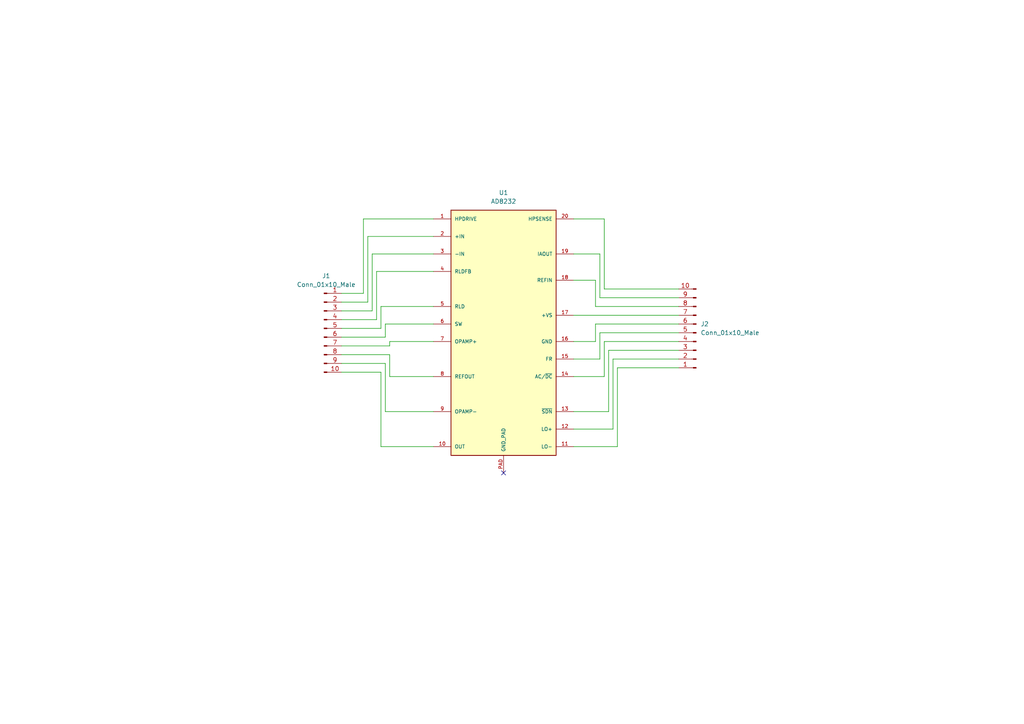
<source format=kicad_sch>
(kicad_sch (version 20211123) (generator eeschema)
  (paper "A4")
  (lib_symbols
    (symbol "AD8232:AD8232" (pin_names (offset 1.016))
      (property "Reference" "U" (at -15.24 45.72 0))
      (property "Value" "AD8232" (at -15.24 -30.48 0))
      (symbol "AD8232_0_0"
        (rectangle (start -15.24 -27.94) (end 15.24 43.18) (stroke (width 0.254)) (fill (type background)))
        (pin bidirectional line (at -20.32 40.64 0) (length 5.08) (name "HPDRIVE") (number "1"))
        (pin bidirectional line (at -20.32 -25.4 0) (length 5.08) (name "OUT") (number "10"))
        (pin bidirectional line (at 20.32 -25.4 180) (length 5.08) (name "LO-") (number "11"))
        (pin bidirectional line (at 20.32 -20.32 180) (length 5.08) (name "LO+") (number "12"))
        (pin bidirectional line (at 20.32 -15.24 180) (length 5.08) (name "~{SDN}") (number "13"))
        (pin bidirectional line (at 20.32 -5.08 180) (length 5.08) (name "AC/~{DC}") (number "14"))
        (pin bidirectional line (at 20.32 0 180) (length 5.08) (name "FR") (number "15"))
        (pin bidirectional line (at 20.32 5.08 180) (length 5.08) (name "GND") (number "16"))
        (pin bidirectional line (at 20.32 12.7 180) (length 5.08) (name "+VS") (number "17"))
        (pin bidirectional line (at 20.32 22.86 180) (length 5.08) (name "REFIN") (number "18"))
        (pin bidirectional line (at 20.32 30.48 180) (length 5.08) (name "IAOUT") (number "19"))
        (pin bidirectional line (at -20.32 35.56 0) (length 5.08) (name "+IN") (number "2"))
        (pin bidirectional line (at 20.32 40.64 180) (length 5.08) (name "HPSENSE") (number "20"))
        (pin bidirectional line (at -20.32 30.48 0) (length 5.08) (name "-IN") (number "3"))
        (pin bidirectional line (at -20.32 25.4 0) (length 5.08) (name "RLDFB") (number "4"))
        (pin bidirectional line (at -20.32 15.24 0) (length 5.08) (name "RLD") (number "5"))
        (pin bidirectional line (at -20.32 10.16 0) (length 5.08) (name "SW") (number "6"))
        (pin bidirectional line (at -20.32 5.08 0) (length 5.08) (name "OPAMP+") (number "7"))
        (pin bidirectional line (at -20.32 -5.08 0) (length 5.08) (name "REFOUT") (number "8"))
        (pin bidirectional line (at -20.32 -15.24 0) (length 5.08) (name "OPAMP-") (number "9"))
        (pin bidirectional line (at 0 -33.02 90) (length 5.08) (name "GND_PAD") (number "PAD"))
      )
    )
    (symbol "Connector:Conn_01x10_Male" (pin_names (offset 1.016) hide)
      (property "Reference" "J" (at 0 12.7 0))
      (property "Value" "Conn_01x10_Male" (at 0 -15.24 0))
      (symbol "Conn_01x10_Male_1_1"
        (polyline (pts (xy 1.27 -12.7) (xy 0.8636 -12.7)) (stroke (width 0.1524)))
        (polyline (pts (xy 1.27 -10.16) (xy 0.8636 -10.16)) (stroke (width 0.1524)))
        (polyline (pts (xy 1.27 -7.62) (xy 0.8636 -7.62)) (stroke (width 0.1524)))
        (polyline (pts (xy 1.27 -5.08) (xy 0.8636 -5.08)) (stroke (width 0.1524)))
        (polyline (pts (xy 1.27 -2.54) (xy 0.8636 -2.54)) (stroke (width 0.1524)))
        (polyline (pts (xy 1.27 0) (xy 0.8636 0)) (stroke (width 0.1524)))
        (polyline (pts (xy 1.27 2.54) (xy 0.8636 2.54)) (stroke (width 0.1524)))
        (polyline (pts (xy 1.27 5.08) (xy 0.8636 5.08)) (stroke (width 0.1524)))
        (polyline (pts (xy 1.27 7.62) (xy 0.8636 7.62)) (stroke (width 0.1524)))
        (polyline (pts (xy 1.27 10.16) (xy 0.8636 10.16)) (stroke (width 0.1524)))
        (rectangle (start 0.8636 -12.573) (end 0 -12.827) (stroke (width 0.1524)) (fill (type outline)))
        (rectangle (start 0.8636 -10.033) (end 0 -10.287) (stroke (width 0.1524)) (fill (type outline)))
        (rectangle (start 0.8636 -7.493) (end 0 -7.747) (stroke (width 0.1524)) (fill (type outline)))
        (rectangle (start 0.8636 -4.953) (end 0 -5.207) (stroke (width 0.1524)) (fill (type outline)))
        (rectangle (start 0.8636 -2.413) (end 0 -2.667) (stroke (width 0.1524)) (fill (type outline)))
        (rectangle (start 0.8636 0.127) (end 0 -0.127) (stroke (width 0.1524)) (fill (type outline)))
        (rectangle (start 0.8636 2.667) (end 0 2.413) (stroke (width 0.1524)) (fill (type outline)))
        (rectangle (start 0.8636 5.207) (end 0 4.953) (stroke (width 0.1524)) (fill (type outline)))
        (rectangle (start 0.8636 7.747) (end 0 7.493) (stroke (width 0.1524)) (fill (type outline)))
        (rectangle (start 0.8636 10.287) (end 0 10.033) (stroke (width 0.1524)) (fill (type outline)))
        (pin passive line (at 5.08 10.16 180) (length 3.81) (name "Pin_1") (number "1"))
        (pin passive line (at 5.08 -12.7 180) (length 3.81) (name "Pin_10") (number "10"))
        (pin passive line (at 5.08 7.62 180) (length 3.81) (name "Pin_2") (number "2"))
        (pin passive line (at 5.08 5.08 180) (length 3.81) (name "Pin_3") (number "3"))
        (pin passive line (at 5.08 2.54 180) (length 3.81) (name "Pin_4") (number "4"))
        (pin passive line (at 5.08 0 180) (length 3.81) (name "Pin_5") (number "5"))
        (pin passive line (at 5.08 -2.54 180) (length 3.81) (name "Pin_6") (number "6"))
        (pin passive line (at 5.08 -5.08 180) (length 3.81) (name "Pin_7") (number "7"))
        (pin passive line (at 5.08 -7.62 180) (length 3.81) (name "Pin_8") (number "8"))
        (pin passive line (at 5.08 -10.16 180) (length 3.81) (name "Pin_9") (number "9"))
      )
    )
  )
  (no_connect (at 146.05 137.16))
  (wire (pts (xy 109.22 78.74) (xy 125.73 78.74)))
  (wire (pts (xy 99.06 85.09) (xy 105.41 85.09)))
  (wire (pts (xy 166.37 104.14) (xy 173.99 104.14)))
  (wire (pts (xy 106.68 68.58) (xy 125.73 68.58)))
  (wire (pts (xy 166.37 63.5) (xy 175.26 63.5)))
  (wire (pts (xy 113.03 100.33) (xy 113.03 99.06)))
  (wire (pts (xy 99.06 95.25) (xy 110.49 95.25)))
  (wire (pts (xy 166.37 91.44) (xy 196.85 91.44)))
  (wire (pts (xy 107.95 73.66) (xy 125.73 73.66)))
  (wire (pts (xy 179.07 129.54) (xy 179.07 106.68)))
  (wire (pts (xy 179.07 106.68) (xy 196.85 106.68)))
  (wire (pts (xy 177.8 124.46) (xy 177.8 104.14)))
  (wire (pts (xy 99.06 92.71) (xy 109.22 92.71)))
  (wire (pts (xy 99.06 107.95) (xy 110.49 107.95)))
  (wire (pts (xy 107.95 90.17) (xy 107.95 73.66)))
  (wire (pts (xy 172.72 88.9) (xy 196.85 88.9)))
  (wire (pts (xy 172.72 81.28) (xy 172.72 88.9)))
  (wire (pts (xy 166.37 73.66) (xy 173.99 73.66)))
  (wire (pts (xy 176.53 119.38) (xy 176.53 101.6)))
  (wire (pts (xy 166.37 81.28) (xy 172.72 81.28)))
  (wire (pts (xy 110.49 88.9) (xy 125.73 88.9)))
  (wire (pts (xy 175.26 63.5) (xy 175.26 83.82)))
  (wire (pts (xy 99.06 90.17) (xy 107.95 90.17)))
  (wire (pts (xy 173.99 104.14) (xy 173.99 96.52)))
  (wire (pts (xy 177.8 104.14) (xy 196.85 104.14)))
  (wire (pts (xy 110.49 95.25) (xy 110.49 88.9)))
  (wire (pts (xy 166.37 129.54) (xy 179.07 129.54)))
  (wire (pts (xy 99.06 100.33) (xy 113.03 100.33)))
  (wire (pts (xy 105.41 85.09) (xy 105.41 63.5)))
  (wire (pts (xy 175.26 99.06) (xy 196.85 99.06)))
  (wire (pts (xy 111.76 93.98) (xy 125.73 93.98)))
  (wire (pts (xy 173.99 86.36) (xy 196.85 86.36)))
  (wire (pts (xy 172.72 99.06) (xy 172.72 93.98)))
  (wire (pts (xy 173.99 96.52) (xy 196.85 96.52)))
  (wire (pts (xy 173.99 73.66) (xy 173.99 86.36)))
  (wire (pts (xy 166.37 109.22) (xy 175.26 109.22)))
  (wire (pts (xy 110.49 107.95) (xy 110.49 129.54)))
  (wire (pts (xy 166.37 119.38) (xy 176.53 119.38)))
  (wire (pts (xy 176.53 101.6) (xy 196.85 101.6)))
  (wire (pts (xy 111.76 105.41) (xy 111.76 119.38)))
  (wire (pts (xy 106.68 87.63) (xy 106.68 68.58)))
  (wire (pts (xy 172.72 93.98) (xy 196.85 93.98)))
  (wire (pts (xy 99.06 105.41) (xy 111.76 105.41)))
  (wire (pts (xy 99.06 102.87) (xy 113.03 102.87)))
  (wire (pts (xy 111.76 97.79) (xy 111.76 93.98)))
  (wire (pts (xy 99.06 87.63) (xy 106.68 87.63)))
  (wire (pts (xy 111.76 119.38) (xy 125.73 119.38)))
  (wire (pts (xy 105.41 63.5) (xy 125.73 63.5)))
  (wire (pts (xy 99.06 97.79) (xy 111.76 97.79)))
  (wire (pts (xy 109.22 92.71) (xy 109.22 78.74)))
  (wire (pts (xy 166.37 99.06) (xy 172.72 99.06)))
  (wire (pts (xy 175.26 109.22) (xy 175.26 99.06)))
  (wire (pts (xy 166.37 124.46) (xy 177.8 124.46)))
  (wire (pts (xy 110.49 129.54) (xy 125.73 129.54)))
  (wire (pts (xy 113.03 99.06) (xy 125.73 99.06)))
  (wire (pts (xy 113.03 109.22) (xy 125.73 109.22)))
  (wire (pts (xy 175.26 83.82) (xy 196.85 83.82)))
  (wire (pts (xy 113.03 102.87) (xy 113.03 109.22)))
  (symbol (lib_id "AD8232:AD8232") (at 146.05 104.14 0) (unit 1)
    (property "Reference" "U1" (at 146.05 55.88 0))
    (property "Value" "AD8232" (at 146.05 58.42 0))
    (property "Footprint" "AD8232:LFCSP_20" (effects hide))
    (property "PROD_ID" "IC-11886" (effects hide))
  )
  (symbol (lib_id "Connector:Conn_01x10_Male") (at 201.93 96.52 180) (unit 1)
    (property "Reference" "J2" (at 203.2 93.9799 0) (effects (justify right)))
    (property "Value" "Conn_01x10_Male" (at 203.2 96.5199 0) (effects (justify right)))
    (property "Footprint" "Connector_PinHeader_2.54mm:PinHeader_1x10_P2.54mm_Vertical" (effects hide))
  )
  (symbol (lib_id "Connector:Conn_01x10_Male") (at 93.98 95.25 0) (unit 1)
    (property "Reference" "J1" (at 94.615 80.01 0))
    (property "Value" "Conn_01x10_Male" (at 94.615 82.55 0))
    (property "Footprint" "Connector_PinHeader_2.54mm:PinHeader_1x10_P2.54mm_Vertical" (effects hide))
  )
)
</source>
